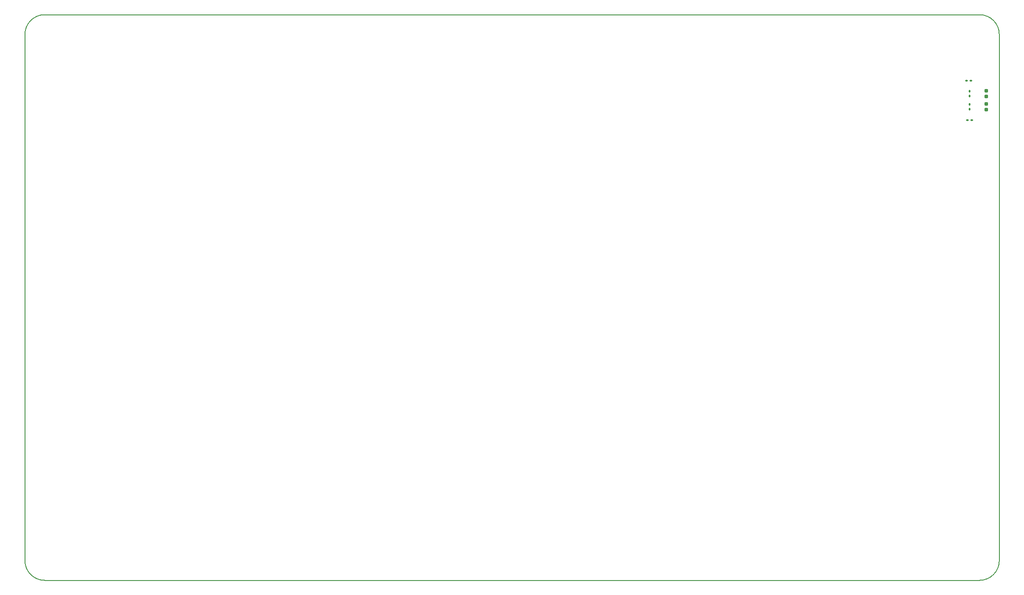
<source format=gbr>
G04 #@! TF.GenerationSoftware,KiCad,Pcbnew,(6.0.1)*
G04 #@! TF.CreationDate,2022-02-23T16:18:42+00:00*
G04 #@! TF.ProjectId,Keyboard Right Hand Side,4b657962-6f61-4726-9420-526967687420,rev?*
G04 #@! TF.SameCoordinates,Original*
G04 #@! TF.FileFunction,Paste,Top*
G04 #@! TF.FilePolarity,Positive*
%FSLAX46Y46*%
G04 Gerber Fmt 4.6, Leading zero omitted, Abs format (unit mm)*
G04 Created by KiCad (PCBNEW (6.0.1)) date 2022-02-23 16:18:42*
%MOMM*%
%LPD*%
G01*
G04 APERTURE LIST*
G04 Aperture macros list*
%AMRoundRect*
0 Rectangle with rounded corners*
0 $1 Rounding radius*
0 $2 $3 $4 $5 $6 $7 $8 $9 X,Y pos of 4 corners*
0 Add a 4 corners polygon primitive as box body*
4,1,4,$2,$3,$4,$5,$6,$7,$8,$9,$2,$3,0*
0 Add four circle primitives for the rounded corners*
1,1,$1+$1,$2,$3*
1,1,$1+$1,$4,$5*
1,1,$1+$1,$6,$7*
1,1,$1+$1,$8,$9*
0 Add four rect primitives between the rounded corners*
20,1,$1+$1,$2,$3,$4,$5,0*
20,1,$1+$1,$4,$5,$6,$7,0*
20,1,$1+$1,$6,$7,$8,$9,0*
20,1,$1+$1,$8,$9,$2,$3,0*%
G04 Aperture macros list end*
G04 #@! TA.AperFunction,Profile*
%ADD10C,0.200000*%
G04 #@! TD*
%ADD11RoundRect,0.090000X0.139000X0.090000X-0.139000X0.090000X-0.139000X-0.090000X0.139000X-0.090000X0*%
%ADD12RoundRect,0.155000X-0.155000X0.212500X-0.155000X-0.212500X0.155000X-0.212500X0.155000X0.212500X0*%
%ADD13RoundRect,0.090000X-0.090000X0.139000X-0.090000X-0.139000X0.090000X-0.139000X0.090000X0.139000X0*%
%ADD14RoundRect,0.090000X0.090000X-0.139000X0.090000X0.139000X-0.090000X0.139000X-0.090000X-0.139000X0*%
G04 APERTURE END LIST*
D10*
X264793323Y-41276677D02*
G75*
G03*
X260983323Y-37466677I-3809999J1D01*
G01*
X260983323Y-146683323D02*
G75*
G03*
X264793323Y-142873323I1J3809999D01*
G01*
X80646677Y-37466677D02*
X260983323Y-37466677D01*
X76836677Y-142873323D02*
X76836677Y-41276677D01*
X260983323Y-146683323D02*
X80646677Y-146683323D01*
X80646677Y-37466677D02*
G75*
G03*
X76836677Y-41276677I-1J-3809999D01*
G01*
X76836677Y-142873323D02*
G75*
G03*
X80646677Y-146683323I3809999J-1D01*
G01*
X264793323Y-41276677D02*
X264793323Y-142873323D01*
D11*
X259310000Y-50165000D03*
X258445000Y-50165000D03*
D12*
X262255000Y-52137500D03*
X262255000Y-53272500D03*
D13*
X259080000Y-54812500D03*
X259080000Y-55677500D03*
D11*
X259512500Y-57785000D03*
X258647500Y-57785000D03*
D12*
X262255000Y-54677500D03*
X262255000Y-55812500D03*
D14*
X259080000Y-53137500D03*
X259080000Y-52272500D03*
M02*

</source>
